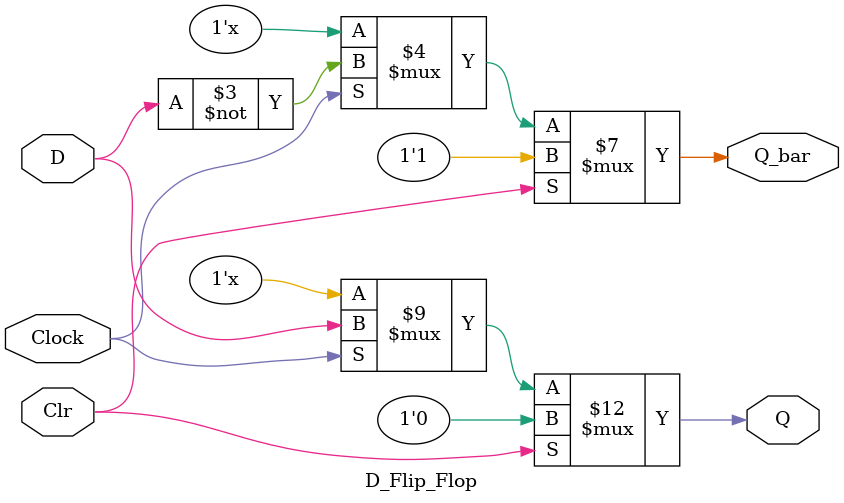
<source format=v>
/******************************************************************************
 ** Logisim goes FPGA automatic generated Verilog code                       **
 **                                                                          **
 ** Component : D_Flip_Flop                                                  **
 **                                                                          **
 ******************************************************************************/
/*
`timescale 1ns/1ps
module D_Flip_Flop( Clock,
                    D,
                    Enable,
                    Preset,
                    Reset,
                    Tick,
                    Q,
                    Q_bar);
*/
   /***************************************************************************
    ** Here all module parameters are defined with a dummy value             **
    ***************************************************************************/
   //parameter ActiveLevel = 1;


   /***************************************************************************
    ** Here the inputs are defined                                           **
    ***************************************************************************/
  // input  Clock;
   //input  D;
  // input  Preset;
   //input  Reset;
  // input  Tick;
  // input  Enable;
   /***************************************************************************
    ** Here the outputs are defined                                          **
    ***************************************************************************/
  // output Q;
   //output Q_bar;

   /***************************************************************************
    ** Here the internal wires are defined                                   **
    ***************************************************************************/
   //wire s_next_state;
  // reg[1:0] s_current_state_reg;

   /***************************************************************************
    ** Here the ouput signals are defined                                    **
    ***************************************************************************/
  // assign Q     = s_current_state_reg[ActiveLevel];
   //assign Q_bar = ~(s_current_state_reg[ActiveLevel]);

   /***************************************************************************
    ** Here the update logic is defined                                      **
    ***************************************************************************/
   //assign s_next_state = D;

   /***************************************************************************
    ** Here the initial register value is defined; for simulation only       **
    ***************************************************************************/
   /*initial
   begin
      s_current_state_reg = 0;
   end*/

   /***************************************************************************
    ** Here the actual state register is defined                             **
    ***************************************************************************/
 /*  always @(*)
   begin
      if (Reset) s_current_state_reg <= 2'b0;
      else if (Preset) s_current_state_reg <= 2'b1;
      else if (Tick & (Clock == ActiveLevel)) s_current_state_reg <= {s_next_state,s_next_state};
   end


endmodule*/

/******************************************************************************
 ** Logisim goes FPGA automatic generated Verilog code                       **
 **                                                                          **
 ** Component : D_Flip_Flop                                                  **
 **                                                                          **
 ******************************************************************************/

`timescale 1ns/1ps
module D_Flip_Flop( Clock,
                    D,
                    Clr,
                    Q,
                    Q_bar);

   parameter ActiveLevel = 1;    // 1ÎªÉÏÉýÑØ   0ÎªÏÂ½µÑØ
   
   input  Clock;
   input  D;
   input  Clr;
   
   output Q;
   output Q_bar;

   reg Q;
   reg Q_bar;

   always @(Clock or  Clr)
   begin
   if(Clr) begin
        Q <= 0;
        Q_bar <= 1;
        end
   else if(Clock == ActiveLevel) begin
        Q <= D;
        Q_bar <= ~D;
        end
   end

endmodule

</source>
